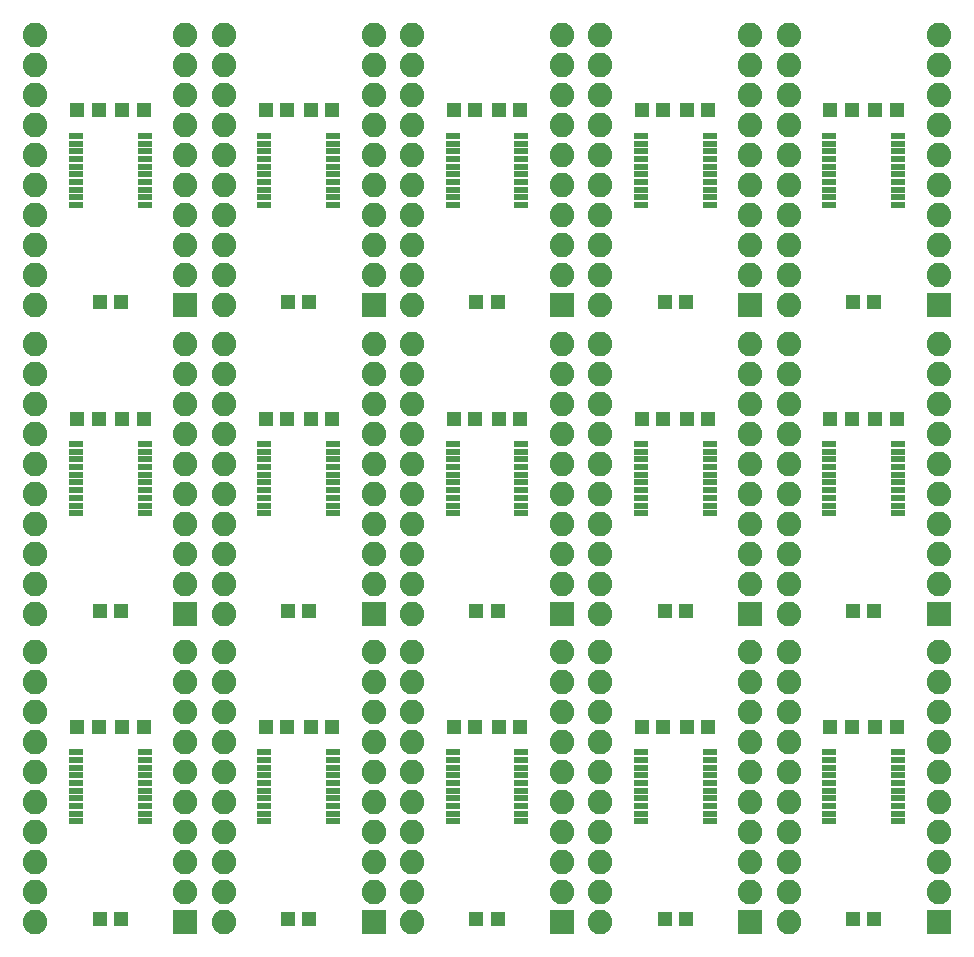
<source format=gts>
G75*
%MOIN*%
%OFA0B0*%
%FSLAX24Y24*%
%IPPOS*%
%LPD*%
%AMOC8*
5,1,8,0,0,1.08239X$1,22.5*
%
%ADD10R,0.0470X0.0200*%
%ADD11R,0.0513X0.0474*%
%ADD12R,0.0820X0.0820*%
%ADD13C,0.0820*%
D10*
X004594Y011182D03*
X004594Y011438D03*
X004594Y011694D03*
X004594Y011949D03*
X004594Y012205D03*
X004594Y012461D03*
X004594Y012717D03*
X004594Y012973D03*
X004594Y013229D03*
X004594Y013485D03*
X006892Y013485D03*
X006892Y013229D03*
X006892Y012973D03*
X006892Y012717D03*
X006892Y012461D03*
X006892Y012205D03*
X006892Y011949D03*
X006892Y011694D03*
X006892Y011438D03*
X006892Y011182D03*
X010870Y011182D03*
X010870Y011438D03*
X010870Y011694D03*
X010870Y011949D03*
X010870Y012205D03*
X010870Y012461D03*
X010870Y012717D03*
X010870Y012973D03*
X010870Y013229D03*
X010870Y013485D03*
X013167Y013485D03*
X013167Y013229D03*
X013167Y012973D03*
X013167Y012717D03*
X013167Y012461D03*
X013167Y012205D03*
X013167Y011949D03*
X013167Y011694D03*
X013167Y011438D03*
X013167Y011182D03*
X017145Y011182D03*
X017145Y011438D03*
X017145Y011694D03*
X017145Y011949D03*
X017145Y012205D03*
X017145Y012461D03*
X017145Y012717D03*
X017145Y012973D03*
X017145Y013229D03*
X017145Y013485D03*
X019443Y013485D03*
X019443Y013229D03*
X019443Y012973D03*
X019443Y012717D03*
X019443Y012461D03*
X019443Y012205D03*
X019443Y011949D03*
X019443Y011694D03*
X019443Y011438D03*
X019443Y011182D03*
X023421Y011182D03*
X023421Y011438D03*
X023421Y011694D03*
X023421Y011949D03*
X023421Y012205D03*
X023421Y012461D03*
X023421Y012717D03*
X023421Y012973D03*
X023421Y013229D03*
X023421Y013485D03*
X025718Y013485D03*
X025718Y013229D03*
X025718Y012973D03*
X025718Y012717D03*
X025718Y012461D03*
X025718Y012205D03*
X025718Y011949D03*
X025718Y011694D03*
X025718Y011438D03*
X025718Y011182D03*
X029696Y011182D03*
X029696Y011438D03*
X029696Y011694D03*
X029696Y011949D03*
X029696Y012205D03*
X029696Y012461D03*
X029696Y012717D03*
X029696Y012973D03*
X029696Y013229D03*
X029696Y013485D03*
X031994Y013485D03*
X031994Y013229D03*
X031994Y012973D03*
X031994Y012717D03*
X031994Y012461D03*
X031994Y012205D03*
X031994Y011949D03*
X031994Y011694D03*
X031994Y011438D03*
X031994Y011182D03*
X031994Y021457D03*
X031994Y021713D03*
X031994Y021969D03*
X031994Y022225D03*
X031994Y022481D03*
X031994Y022737D03*
X031994Y022993D03*
X031994Y023249D03*
X031994Y023505D03*
X031994Y023760D03*
X029696Y023760D03*
X029696Y023505D03*
X029696Y023249D03*
X029696Y022993D03*
X029696Y022737D03*
X029696Y022481D03*
X029696Y022225D03*
X029696Y021969D03*
X029696Y021713D03*
X029696Y021457D03*
X025718Y021457D03*
X025718Y021713D03*
X025718Y021969D03*
X025718Y022225D03*
X025718Y022481D03*
X025718Y022737D03*
X025718Y022993D03*
X025718Y023249D03*
X025718Y023505D03*
X025718Y023760D03*
X023421Y023760D03*
X023421Y023505D03*
X023421Y023249D03*
X023421Y022993D03*
X023421Y022737D03*
X023421Y022481D03*
X023421Y022225D03*
X023421Y021969D03*
X023421Y021713D03*
X023421Y021457D03*
X019443Y021457D03*
X019443Y021713D03*
X019443Y021969D03*
X019443Y022225D03*
X019443Y022481D03*
X019443Y022737D03*
X019443Y022993D03*
X019443Y023249D03*
X019443Y023505D03*
X019443Y023760D03*
X017145Y023760D03*
X017145Y023505D03*
X017145Y023249D03*
X017145Y022993D03*
X017145Y022737D03*
X017145Y022481D03*
X017145Y022225D03*
X017145Y021969D03*
X017145Y021713D03*
X017145Y021457D03*
X013167Y021457D03*
X013167Y021713D03*
X013167Y021969D03*
X013167Y022225D03*
X013167Y022481D03*
X013167Y022737D03*
X013167Y022993D03*
X013167Y023249D03*
X013167Y023505D03*
X013167Y023760D03*
X010870Y023760D03*
X010870Y023505D03*
X010870Y023249D03*
X010870Y022993D03*
X010870Y022737D03*
X010870Y022481D03*
X010870Y022225D03*
X010870Y021969D03*
X010870Y021713D03*
X010870Y021457D03*
X006892Y021457D03*
X006892Y021713D03*
X006892Y021969D03*
X006892Y022225D03*
X006892Y022481D03*
X006892Y022737D03*
X006892Y022993D03*
X006892Y023249D03*
X006892Y023505D03*
X006892Y023760D03*
X004594Y023760D03*
X004594Y023505D03*
X004594Y023249D03*
X004594Y022993D03*
X004594Y022737D03*
X004594Y022481D03*
X004594Y022225D03*
X004594Y021969D03*
X004594Y021713D03*
X004594Y021457D03*
X004594Y031733D03*
X004594Y031989D03*
X004594Y032245D03*
X004594Y032501D03*
X004594Y032757D03*
X004594Y033012D03*
X004594Y033268D03*
X004594Y033524D03*
X004594Y033780D03*
X004594Y034036D03*
X006892Y034036D03*
X006892Y033780D03*
X006892Y033524D03*
X006892Y033268D03*
X006892Y033012D03*
X006892Y032757D03*
X006892Y032501D03*
X006892Y032245D03*
X006892Y031989D03*
X006892Y031733D03*
X010870Y031733D03*
X010870Y031989D03*
X010870Y032245D03*
X010870Y032501D03*
X010870Y032757D03*
X010870Y033012D03*
X010870Y033268D03*
X010870Y033524D03*
X010870Y033780D03*
X010870Y034036D03*
X013167Y034036D03*
X013167Y033780D03*
X013167Y033524D03*
X013167Y033268D03*
X013167Y033012D03*
X013167Y032757D03*
X013167Y032501D03*
X013167Y032245D03*
X013167Y031989D03*
X013167Y031733D03*
X017145Y031733D03*
X017145Y031989D03*
X017145Y032245D03*
X017145Y032501D03*
X017145Y032757D03*
X017145Y033012D03*
X017145Y033268D03*
X017145Y033524D03*
X017145Y033780D03*
X017145Y034036D03*
X019443Y034036D03*
X019443Y033780D03*
X019443Y033524D03*
X019443Y033268D03*
X019443Y033012D03*
X019443Y032757D03*
X019443Y032501D03*
X019443Y032245D03*
X019443Y031989D03*
X019443Y031733D03*
X023421Y031733D03*
X023421Y031989D03*
X023421Y032245D03*
X023421Y032501D03*
X023421Y032757D03*
X023421Y033012D03*
X023421Y033268D03*
X023421Y033524D03*
X023421Y033780D03*
X023421Y034036D03*
X025718Y034036D03*
X025718Y033780D03*
X025718Y033524D03*
X025718Y033268D03*
X025718Y033012D03*
X025718Y032757D03*
X025718Y032501D03*
X025718Y032245D03*
X025718Y031989D03*
X025718Y031733D03*
X029696Y031733D03*
X029696Y031989D03*
X029696Y032245D03*
X029696Y032501D03*
X029696Y032757D03*
X029696Y033012D03*
X029696Y033268D03*
X029696Y033524D03*
X029696Y033780D03*
X029696Y034036D03*
X031994Y034036D03*
X031994Y033780D03*
X031994Y033524D03*
X031994Y033268D03*
X031994Y033012D03*
X031994Y032757D03*
X031994Y032501D03*
X031994Y032245D03*
X031994Y031989D03*
X031994Y031733D03*
D11*
X031949Y034885D03*
X031241Y034885D03*
X030449Y034885D03*
X029741Y034885D03*
X025674Y034885D03*
X024965Y034885D03*
X024174Y034885D03*
X023465Y034885D03*
X019398Y034885D03*
X018690Y034885D03*
X017898Y034885D03*
X017190Y034885D03*
X013123Y034885D03*
X012414Y034885D03*
X011623Y034885D03*
X010914Y034885D03*
X006847Y034885D03*
X006138Y034885D03*
X005347Y034885D03*
X004638Y034885D03*
X005388Y028485D03*
X006097Y028485D03*
X006138Y024609D03*
X006847Y024609D03*
X005347Y024609D03*
X004638Y024609D03*
X010914Y024609D03*
X011623Y024609D03*
X012414Y024609D03*
X013123Y024609D03*
X012373Y028485D03*
X011664Y028485D03*
X017190Y024609D03*
X017898Y024609D03*
X018690Y024609D03*
X019398Y024609D03*
X018648Y028485D03*
X017940Y028485D03*
X023465Y024609D03*
X024174Y024609D03*
X024965Y024609D03*
X025674Y024609D03*
X024924Y028485D03*
X024215Y028485D03*
X029741Y024609D03*
X030449Y024609D03*
X031241Y024609D03*
X031949Y024609D03*
X031199Y028485D03*
X030491Y028485D03*
X030491Y018209D03*
X031199Y018209D03*
X031241Y014333D03*
X031949Y014333D03*
X030449Y014333D03*
X029741Y014333D03*
X025674Y014333D03*
X024965Y014333D03*
X024174Y014333D03*
X023465Y014333D03*
X024215Y018209D03*
X024924Y018209D03*
X019398Y014333D03*
X018690Y014333D03*
X017898Y014333D03*
X017190Y014333D03*
X017940Y018209D03*
X018648Y018209D03*
X013123Y014333D03*
X012414Y014333D03*
X011623Y014333D03*
X010914Y014333D03*
X011664Y018209D03*
X012373Y018209D03*
X006847Y014333D03*
X006138Y014333D03*
X005347Y014333D03*
X004638Y014333D03*
X005388Y018209D03*
X006097Y018209D03*
X006097Y007933D03*
X005388Y007933D03*
X011664Y007933D03*
X012373Y007933D03*
X017940Y007933D03*
X018648Y007933D03*
X024215Y007933D03*
X024924Y007933D03*
X030491Y007933D03*
X031199Y007933D03*
D12*
X033345Y007833D03*
X027070Y007833D03*
X020794Y007833D03*
X014518Y007833D03*
X008243Y007833D03*
X008243Y018109D03*
X014518Y018109D03*
X020794Y018109D03*
X027070Y018109D03*
X033345Y018109D03*
X033345Y028385D03*
X027070Y028385D03*
X020794Y028385D03*
X014518Y028385D03*
X008243Y028385D03*
D13*
X003243Y007833D03*
X003243Y008833D03*
X003243Y009833D03*
X003243Y010833D03*
X003243Y011833D03*
X003243Y012833D03*
X003243Y013833D03*
X003243Y014833D03*
X003243Y015833D03*
X003243Y016833D03*
X003243Y018109D03*
X003243Y019109D03*
X003243Y020109D03*
X003243Y021109D03*
X003243Y022109D03*
X003243Y023109D03*
X003243Y024109D03*
X003243Y025109D03*
X003243Y026109D03*
X003243Y027109D03*
X003243Y028385D03*
X003243Y029385D03*
X003243Y030385D03*
X003243Y031385D03*
X003243Y032385D03*
X003243Y033385D03*
X003243Y034385D03*
X003243Y035385D03*
X003243Y036385D03*
X003243Y037385D03*
X008243Y037385D03*
X008243Y036385D03*
X008243Y035385D03*
X008243Y034385D03*
X008243Y033385D03*
X008243Y032385D03*
X008243Y031385D03*
X008243Y030385D03*
X008243Y029385D03*
X009518Y029385D03*
X009518Y030385D03*
X009518Y031385D03*
X009518Y032385D03*
X009518Y033385D03*
X009518Y034385D03*
X009518Y035385D03*
X009518Y036385D03*
X009518Y037385D03*
X014518Y037385D03*
X014518Y036385D03*
X014518Y035385D03*
X014518Y034385D03*
X014518Y033385D03*
X014518Y032385D03*
X014518Y031385D03*
X014518Y030385D03*
X014518Y029385D03*
X015794Y029385D03*
X015794Y030385D03*
X015794Y031385D03*
X015794Y032385D03*
X015794Y033385D03*
X015794Y034385D03*
X015794Y035385D03*
X015794Y036385D03*
X015794Y037385D03*
X020794Y037385D03*
X020794Y036385D03*
X020794Y035385D03*
X020794Y034385D03*
X020794Y033385D03*
X020794Y032385D03*
X020794Y031385D03*
X020794Y030385D03*
X020794Y029385D03*
X022070Y029385D03*
X022070Y030385D03*
X022070Y031385D03*
X022070Y032385D03*
X022070Y033385D03*
X022070Y034385D03*
X022070Y035385D03*
X022070Y036385D03*
X022070Y037385D03*
X027070Y037385D03*
X027070Y036385D03*
X027070Y035385D03*
X027070Y034385D03*
X027070Y033385D03*
X027070Y032385D03*
X027070Y031385D03*
X027070Y030385D03*
X027070Y029385D03*
X028345Y029385D03*
X028345Y030385D03*
X028345Y031385D03*
X028345Y032385D03*
X028345Y033385D03*
X028345Y034385D03*
X028345Y035385D03*
X028345Y036385D03*
X028345Y037385D03*
X033345Y037385D03*
X033345Y036385D03*
X033345Y035385D03*
X033345Y034385D03*
X033345Y033385D03*
X033345Y032385D03*
X033345Y031385D03*
X033345Y030385D03*
X033345Y029385D03*
X033345Y027109D03*
X033345Y026109D03*
X033345Y025109D03*
X033345Y024109D03*
X033345Y023109D03*
X033345Y022109D03*
X033345Y021109D03*
X033345Y020109D03*
X033345Y019109D03*
X033345Y016833D03*
X033345Y015833D03*
X033345Y014833D03*
X033345Y013833D03*
X033345Y012833D03*
X033345Y011833D03*
X033345Y010833D03*
X033345Y009833D03*
X033345Y008833D03*
X028345Y008833D03*
X028345Y009833D03*
X028345Y010833D03*
X028345Y011833D03*
X028345Y012833D03*
X028345Y013833D03*
X028345Y014833D03*
X028345Y015833D03*
X028345Y016833D03*
X028345Y018109D03*
X028345Y019109D03*
X028345Y020109D03*
X028345Y021109D03*
X028345Y022109D03*
X028345Y023109D03*
X028345Y024109D03*
X028345Y025109D03*
X028345Y026109D03*
X028345Y027109D03*
X028345Y028385D03*
X027070Y027109D03*
X027070Y026109D03*
X027070Y025109D03*
X027070Y024109D03*
X027070Y023109D03*
X027070Y022109D03*
X027070Y021109D03*
X027070Y020109D03*
X027070Y019109D03*
X027070Y016833D03*
X027070Y015833D03*
X027070Y014833D03*
X027070Y013833D03*
X027070Y012833D03*
X027070Y011833D03*
X027070Y010833D03*
X027070Y009833D03*
X027070Y008833D03*
X028345Y007833D03*
X022070Y007833D03*
X022070Y008833D03*
X022070Y009833D03*
X022070Y010833D03*
X022070Y011833D03*
X022070Y012833D03*
X022070Y013833D03*
X022070Y014833D03*
X022070Y015833D03*
X022070Y016833D03*
X022070Y018109D03*
X022070Y019109D03*
X022070Y020109D03*
X022070Y021109D03*
X022070Y022109D03*
X022070Y023109D03*
X022070Y024109D03*
X022070Y025109D03*
X022070Y026109D03*
X022070Y027109D03*
X022070Y028385D03*
X020794Y027109D03*
X020794Y026109D03*
X020794Y025109D03*
X020794Y024109D03*
X020794Y023109D03*
X020794Y022109D03*
X020794Y021109D03*
X020794Y020109D03*
X020794Y019109D03*
X020794Y016833D03*
X020794Y015833D03*
X020794Y014833D03*
X020794Y013833D03*
X020794Y012833D03*
X020794Y011833D03*
X020794Y010833D03*
X020794Y009833D03*
X020794Y008833D03*
X015794Y008833D03*
X015794Y009833D03*
X015794Y010833D03*
X015794Y011833D03*
X015794Y012833D03*
X015794Y013833D03*
X015794Y014833D03*
X015794Y015833D03*
X015794Y016833D03*
X015794Y018109D03*
X015794Y019109D03*
X015794Y020109D03*
X015794Y021109D03*
X015794Y022109D03*
X015794Y023109D03*
X015794Y024109D03*
X015794Y025109D03*
X015794Y026109D03*
X015794Y027109D03*
X015794Y028385D03*
X014518Y027109D03*
X014518Y026109D03*
X014518Y025109D03*
X014518Y024109D03*
X014518Y023109D03*
X014518Y022109D03*
X014518Y021109D03*
X014518Y020109D03*
X014518Y019109D03*
X014518Y016833D03*
X014518Y015833D03*
X014518Y014833D03*
X014518Y013833D03*
X014518Y012833D03*
X014518Y011833D03*
X014518Y010833D03*
X014518Y009833D03*
X014518Y008833D03*
X015794Y007833D03*
X009518Y007833D03*
X009518Y008833D03*
X009518Y009833D03*
X009518Y010833D03*
X009518Y011833D03*
X009518Y012833D03*
X009518Y013833D03*
X009518Y014833D03*
X009518Y015833D03*
X009518Y016833D03*
X009518Y018109D03*
X009518Y019109D03*
X009518Y020109D03*
X009518Y021109D03*
X009518Y022109D03*
X009518Y023109D03*
X009518Y024109D03*
X009518Y025109D03*
X009518Y026109D03*
X009518Y027109D03*
X009518Y028385D03*
X008243Y027109D03*
X008243Y026109D03*
X008243Y025109D03*
X008243Y024109D03*
X008243Y023109D03*
X008243Y022109D03*
X008243Y021109D03*
X008243Y020109D03*
X008243Y019109D03*
X008243Y016833D03*
X008243Y015833D03*
X008243Y014833D03*
X008243Y013833D03*
X008243Y012833D03*
X008243Y011833D03*
X008243Y010833D03*
X008243Y009833D03*
X008243Y008833D03*
M02*

</source>
